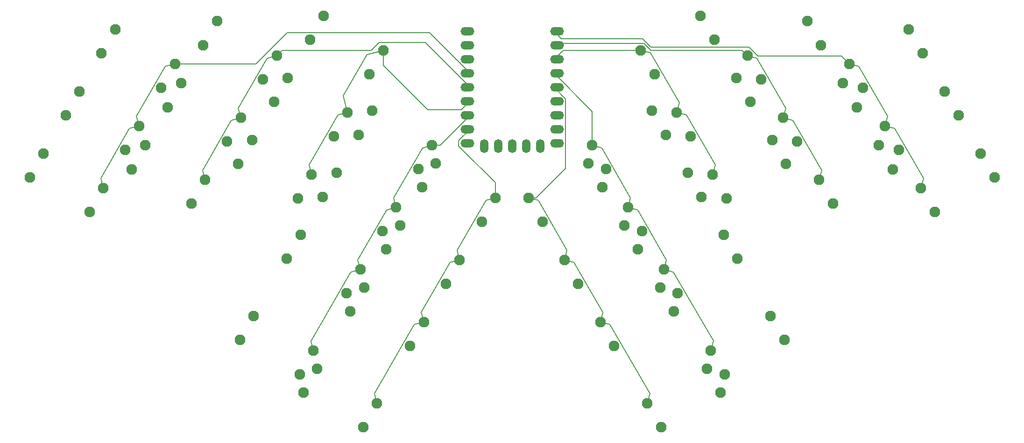
<source format=gbr>
%TF.GenerationSoftware,KiCad,Pcbnew,8.0.7-8.0.7-0~ubuntu22.04.1*%
%TF.CreationDate,2025-01-04T18:43:15+00:00*%
%TF.ProjectId,minikeeb,6d696e69-6b65-4656-922e-6b696361645f,rev?*%
%TF.SameCoordinates,Original*%
%TF.FileFunction,Copper,L2,Bot*%
%TF.FilePolarity,Positive*%
%FSLAX46Y46*%
G04 Gerber Fmt 4.6, Leading zero omitted, Abs format (unit mm)*
G04 Created by KiCad (PCBNEW 8.0.7-8.0.7-0~ubuntu22.04.1) date 2025-01-04 18:43:15*
%MOMM*%
%LPD*%
G01*
G04 APERTURE LIST*
%TA.AperFunction,ComponentPad*%
%ADD10C,1.950000*%
%TD*%
%TA.AperFunction,ComponentPad*%
%ADD11O,2.500000X1.500000*%
%TD*%
%TA.AperFunction,ComponentPad*%
%ADD12O,1.500000X2.500000*%
%TD*%
%TA.AperFunction,Conductor*%
%ADD13C,0.200000*%
%TD*%
G04 APERTURE END LIST*
D10*
%TO.P,S33,1,NO_1*%
%TO.N,COL-14*%
X177949999Y-112699092D03*
%TO.P,S33,2,NO_2*%
%TO.N,unconnected-(S33-NO_2-Pad2)*%
X188776183Y-106448592D03*
%TO.P,S33,3,NO_3*%
%TO.N,unconnected-(S33-NO_3-Pad3)*%
X180449999Y-117029220D03*
%TO.P,S33,4,NO_4*%
%TO.N,Net-(D33-A)*%
X191276183Y-110778720D03*
%TD*%
%TO.P,S21,1,NO_1*%
%TO.N,unconnected-(S21-NO_1-Pad1)*%
X68495497Y-67403363D03*
%TO.P,S21,2,NO_2*%
%TO.N,COL-00*%
X79321681Y-73653863D03*
%TO.P,S21,3,NO_3*%
%TO.N,Net-(D21-A)*%
X65995497Y-71733491D03*
%TO.P,S21,4,NO_4*%
%TO.N,unconnected-(S21-NO_4-Pad4)*%
X76821681Y-77983991D03*
%TD*%
%TO.P,S27,1,NO_1*%
%TO.N,COL-13*%
X180973874Y-88436596D03*
%TO.P,S27,2,NO_2*%
%TO.N,unconnected-(S27-NO_2-Pad2)*%
X191800058Y-82186096D03*
%TO.P,S27,3,NO_3*%
%TO.N,unconnected-(S27-NO_3-Pad3)*%
X183473874Y-92766724D03*
%TO.P,S27,4,NO_4*%
%TO.N,Net-(D27-A)*%
X194300058Y-86516224D03*
%TD*%
%TO.P,S1,1,NO_1*%
%TO.N,unconnected-(S1-NO_1-Pad1)*%
X81495497Y-44886702D03*
%TO.P,S1,2,NO_2*%
%TO.N,COL-00*%
X92321681Y-51137202D03*
%TO.P,S1,3,NO_3*%
%TO.N,Net-(D1-A)*%
X78995497Y-49216830D03*
%TO.P,S1,4,NO_4*%
%TO.N,unconnected-(S1-NO_4-Pad4)*%
X89821681Y-55467330D03*
%TD*%
%TO.P,S28,1,NO_1*%
%TO.N,COL-12*%
X189806787Y-71235650D03*
%TO.P,S28,2,NO_2*%
%TO.N,unconnected-(S28-NO_2-Pad2)*%
X200632971Y-64985150D03*
%TO.P,S28,3,NO_3*%
%TO.N,unconnected-(S28-NO_3-Pad3)*%
X192306787Y-75565778D03*
%TO.P,S28,4,NO_4*%
%TO.N,Net-(D28-A)*%
X203132971Y-69315278D03*
%TD*%
%TO.P,S9,1,NO_1*%
%TO.N,COL-11*%
X196118834Y-49670436D03*
%TO.P,S9,2,NO_2*%
%TO.N,unconnected-(S9-NO_2-Pad2)*%
X206945018Y-43419936D03*
%TO.P,S9,3,NO_3*%
%TO.N,unconnected-(S9-NO_3-Pad3)*%
X198618834Y-54000564D03*
%TO.P,S9,4,NO_4*%
%TO.N,Net-(D9-A)*%
X209445018Y-47750064D03*
%TD*%
%TO.P,S5,1,NO_1*%
%TO.N,unconnected-(S5-NO_1-Pad1)*%
X139623817Y-69209499D03*
%TO.P,S5,2,NO_2*%
%TO.N,COL-04*%
X150450001Y-75459999D03*
%TO.P,S5,3,NO_3*%
%TO.N,Net-(D5-A)*%
X137123817Y-73539627D03*
%TO.P,S5,4,NO_4*%
%TO.N,unconnected-(S5-NO_4-Pad4)*%
X147950001Y-79790127D03*
%TD*%
%TO.P,S2,1,NO_1*%
%TO.N,unconnected-(S2-NO_1-Pad1)*%
X99953250Y-43418936D03*
%TO.P,S2,2,NO_2*%
%TO.N,COL-01*%
X110779434Y-49669436D03*
%TO.P,S2,3,NO_3*%
%TO.N,Net-(D2-A)*%
X97453250Y-47749064D03*
%TO.P,S2,4,NO_4*%
%TO.N,unconnected-(S2-NO_4-Pad4)*%
X108279434Y-53999564D03*
%TD*%
%TO.P,S14,1,NO_1*%
%TO.N,unconnected-(S14-NO_1-Pad1)*%
X121600808Y-70928266D03*
%TO.P,S14,2,NO_2*%
%TO.N,COL-03*%
X132426992Y-77178766D03*
%TO.P,S14,3,NO_3*%
%TO.N,Net-(D14-A)*%
X119100808Y-75258394D03*
%TO.P,S14,4,NO_4*%
%TO.N,unconnected-(S14-NO_4-Pad4)*%
X129926992Y-81508894D03*
%TD*%
%TO.P,S6,1,NO_1*%
%TO.N,COL-14*%
X156449999Y-75459999D03*
%TO.P,S6,2,NO_2*%
%TO.N,unconnected-(S6-NO_2-Pad2)*%
X167276183Y-69209499D03*
%TO.P,S6,3,NO_3*%
%TO.N,unconnected-(S6-NO_3-Pad3)*%
X158949999Y-79790127D03*
%TO.P,S6,4,NO_4*%
%TO.N,Net-(D6-A)*%
X169776183Y-73539627D03*
%TD*%
%TO.P,S4,1,NO_1*%
%TO.N,unconnected-(S4-NO_1-Pad1)*%
X128099942Y-59669436D03*
%TO.P,S4,2,NO_2*%
%TO.N,COL-03*%
X138926126Y-65919936D03*
%TO.P,S4,3,NO_3*%
%TO.N,Net-(D4-A)*%
X125599942Y-63999564D03*
%TO.P,S4,4,NO_4*%
%TO.N,unconnected-(S4-NO_4-Pad4)*%
X136426126Y-70250064D03*
%TD*%
%TO.P,S3,1,NO_1*%
%TO.N,unconnected-(S3-NO_1-Pad1)*%
X119281163Y-42442009D03*
%TO.P,S3,2,NO_2*%
%TO.N,COL-02*%
X130107347Y-48692509D03*
%TO.P,S3,3,NO_3*%
%TO.N,Net-(D3-A)*%
X116781163Y-46772137D03*
%TO.P,S3,4,NO_4*%
%TO.N,unconnected-(S3-NO_4-Pad4)*%
X127607347Y-53022637D03*
%TD*%
%TO.P,S31,1,NO_1*%
%TO.N,unconnected-(S31-NO_1-Pad1)*%
X106599076Y-96908028D03*
%TO.P,S31,2,NO_2*%
%TO.N,COL-03*%
X117425260Y-103158528D03*
%TO.P,S31,3,NO_3*%
%TO.N,Net-(D31-A)*%
X104099076Y-101238156D03*
%TO.P,S31,4,NO_4*%
%TO.N,unconnected-(S31-NO_4-Pad4)*%
X114925260Y-107488656D03*
%TD*%
D11*
%TO.P,U1,1,0*%
%TO.N,COL-10*%
X161570000Y-45250000D03*
%TO.P,U1,2,1*%
%TO.N,COL-11*%
X161570000Y-47790000D03*
%TO.P,U1,3,2*%
%TO.N,COL-12*%
X161570000Y-50330000D03*
%TO.P,U1,4,3*%
%TO.N,COL-13*%
X161570000Y-52870000D03*
%TO.P,U1,5,4*%
%TO.N,COL-14*%
X161570000Y-55410000D03*
%TO.P,U1,6,5*%
%TO.N,ROW-10*%
X161570000Y-57950000D03*
%TO.P,U1,7,6*%
%TO.N,ROW-11*%
X161570000Y-60490000D03*
%TO.P,U1,8,7*%
%TO.N,ROW-12*%
X161570000Y-63030000D03*
%TO.P,U1,9,8*%
%TO.N,ROW-13*%
X161570000Y-65570000D03*
D12*
%TO.P,U1,10,9*%
%TO.N,unconnected-(U1-9-Pad10)*%
X158530000Y-66070000D03*
%TO.P,U1,11,10*%
%TO.N,unconnected-(U1-10-Pad11)*%
X155990000Y-66070000D03*
%TO.P,U1,12,11*%
%TO.N,ROW-03*%
X153450000Y-66070000D03*
%TO.P,U1,13,12*%
%TO.N,ROW-02*%
X150910000Y-66070000D03*
%TO.P,U1,14,13*%
%TO.N,ROW-01*%
X148370000Y-66070000D03*
D11*
%TO.P,U1,15,14*%
%TO.N,ROW-00*%
X145330000Y-65570000D03*
%TO.P,U1,16,15*%
%TO.N,COL-04*%
X145330000Y-63030000D03*
%TO.P,U1,17,26*%
%TO.N,COL-03*%
X145330000Y-60490000D03*
%TO.P,U1,18,27*%
%TO.N,COL-02*%
X145330000Y-57950000D03*
%TO.P,U1,19,28*%
%TO.N,COL-01*%
X145330000Y-55410000D03*
%TO.P,U1,20,29*%
%TO.N,COL-00*%
X145330000Y-52870000D03*
%TO.P,U1,21,3V3*%
%TO.N,unconnected-(U1-3V3-Pad21)*%
X145330000Y-50330000D03*
%TO.P,U1,22,GND*%
%TO.N,unconnected-(U1-GND-Pad22)*%
X145330000Y-47790000D03*
%TO.P,U1,23,5V*%
%TO.N,unconnected-(U1-5V-Pad23)*%
X145330000Y-45250000D03*
%TD*%
D10*
%TO.P,S17,1,NO_1*%
%TO.N,COL-13*%
X174473008Y-77178766D03*
%TO.P,S17,2,NO_2*%
%TO.N,unconnected-(S17-NO_2-Pad2)*%
X185299192Y-70928266D03*
%TO.P,S17,3,NO_3*%
%TO.N,unconnected-(S17-NO_3-Pad3)*%
X176973008Y-81508894D03*
%TO.P,S17,4,NO_4*%
%TO.N,Net-(D17-A)*%
X187799192Y-75258394D03*
%TD*%
%TO.P,S15,1,NO_1*%
%TO.N,unconnected-(S15-NO_1-Pad1)*%
X133123817Y-80467829D03*
%TO.P,S15,2,NO_2*%
%TO.N,COL-04*%
X143950001Y-86718329D03*
%TO.P,S15,3,NO_3*%
%TO.N,Net-(D15-A)*%
X130623817Y-84797957D03*
%TO.P,S15,4,NO_4*%
%TO.N,unconnected-(S15-NO_4-Pad4)*%
X141450001Y-91048457D03*
%TD*%
%TO.P,S8,1,NO_1*%
%TO.N,COL-12*%
X176795921Y-48702169D03*
%TO.P,S8,2,NO_2*%
%TO.N,unconnected-(S8-NO_2-Pad2)*%
X187622105Y-42451669D03*
%TO.P,S8,3,NO_3*%
%TO.N,unconnected-(S8-NO_3-Pad3)*%
X179295921Y-53032297D03*
%TO.P,S8,4,NO_4*%
%TO.N,Net-(D8-A)*%
X190122105Y-46781797D03*
%TD*%
%TO.P,S22,1,NO_1*%
%TO.N,unconnected-(S22-NO_1-Pad1)*%
X86954116Y-65936096D03*
%TO.P,S22,2,NO_2*%
%TO.N,COL-01*%
X97780300Y-72186596D03*
%TO.P,S22,3,NO_3*%
%TO.N,Net-(D22-A)*%
X84454116Y-70266224D03*
%TO.P,S22,4,NO_4*%
%TO.N,unconnected-(S22-NO_4-Pad4)*%
X95280300Y-76516724D03*
%TD*%
%TO.P,S16,1,NO_1*%
%TO.N,COL-14*%
X162949999Y-86718330D03*
%TO.P,S16,2,NO_2*%
%TO.N,unconnected-(S16-NO_2-Pad2)*%
X173776183Y-80467830D03*
%TO.P,S16,3,NO_3*%
%TO.N,unconnected-(S16-NO_3-Pad3)*%
X165449999Y-91048458D03*
%TO.P,S16,4,NO_4*%
%TO.N,Net-(D16-A)*%
X176276183Y-84797958D03*
%TD*%
%TO.P,S13,1,NO_1*%
%TO.N,unconnected-(S13-NO_1-Pad1)*%
X112776163Y-53708999D03*
%TO.P,S13,2,NO_2*%
%TO.N,COL-02*%
X123602347Y-59959499D03*
%TO.P,S13,3,NO_3*%
%TO.N,Net-(D13-A)*%
X110276163Y-58039127D03*
%TO.P,S13,4,NO_4*%
%TO.N,unconnected-(S13-NO_4-Pad4)*%
X121102347Y-64289627D03*
%TD*%
%TO.P,S10,1,NO_1*%
%TO.N,COL-10*%
X214575721Y-51138703D03*
%TO.P,S10,2,NO_2*%
%TO.N,unconnected-(S10-NO_2-Pad2)*%
X225401905Y-44888203D03*
%TO.P,S10,3,NO_3*%
%TO.N,unconnected-(S10-NO_3-Pad3)*%
X217075721Y-55468831D03*
%TO.P,S10,4,NO_4*%
%TO.N,Net-(D10-A)*%
X227901905Y-49218331D03*
%TD*%
%TO.P,S34,1,NO_1*%
%TO.N,COL-13*%
X189473874Y-103159028D03*
%TO.P,S34,2,NO_2*%
%TO.N,unconnected-(S34-NO_2-Pad2)*%
X200300058Y-96908528D03*
%TO.P,S34,3,NO_3*%
%TO.N,unconnected-(S34-NO_3-Pad3)*%
X191973874Y-107489156D03*
%TO.P,S34,4,NO_4*%
%TO.N,Net-(D34-A)*%
X202800058Y-101238656D03*
%TD*%
%TO.P,S30,1,NO_1*%
%TO.N,COL-10*%
X227575721Y-73655363D03*
%TO.P,S30,2,NO_2*%
%TO.N,unconnected-(S30-NO_2-Pad2)*%
X238401905Y-67404863D03*
%TO.P,S30,3,NO_3*%
%TO.N,unconnected-(S30-NO_3-Pad3)*%
X230075721Y-77985491D03*
%TO.P,S30,4,NO_4*%
%TO.N,Net-(D30-A)*%
X240901905Y-71734991D03*
%TD*%
%TO.P,S25,1,NO_1*%
%TO.N,unconnected-(S25-NO_1-Pad1)*%
X126623817Y-91726160D03*
%TO.P,S25,2,NO_2*%
%TO.N,COL-04*%
X137450001Y-97976660D03*
%TO.P,S25,3,NO_3*%
%TO.N,Net-(D25-A)*%
X124123817Y-96056288D03*
%TO.P,S25,4,NO_4*%
%TO.N,unconnected-(S25-NO_4-Pad4)*%
X134950001Y-102306788D03*
%TD*%
%TO.P,S12,1,NO_1*%
%TO.N,unconnected-(S12-NO_1-Pad1)*%
X93453250Y-54677266D03*
%TO.P,S12,2,NO_2*%
%TO.N,COL-01*%
X104279434Y-60927766D03*
%TO.P,S12,3,NO_3*%
%TO.N,Net-(D12-A)*%
X90953250Y-59007394D03*
%TO.P,S12,4,NO_4*%
%TO.N,unconnected-(S12-NO_4-Pad4)*%
X101779434Y-65257894D03*
%TD*%
%TO.P,S32,1,NO_1*%
%TO.N,unconnected-(S32-NO_1-Pad1)*%
X118123817Y-106448591D03*
%TO.P,S32,2,NO_2*%
%TO.N,COL-04*%
X128950001Y-112699091D03*
%TO.P,S32,3,NO_3*%
%TO.N,Net-(D32-A)*%
X115623817Y-110778719D03*
%TO.P,S32,4,NO_4*%
%TO.N,unconnected-(S32-NO_4-Pad4)*%
X126450001Y-117029219D03*
%TD*%
%TO.P,S23,1,NO_1*%
%TO.N,unconnected-(S23-NO_1-Pad1)*%
X106276163Y-64967329D03*
%TO.P,S23,2,NO_2*%
%TO.N,COL-02*%
X117102347Y-71217829D03*
%TO.P,S23,3,NO_3*%
%TO.N,Net-(D23-A)*%
X103776163Y-69297457D03*
%TO.P,S23,4,NO_4*%
%TO.N,unconnected-(S23-NO_4-Pad4)*%
X114602347Y-75547957D03*
%TD*%
%TO.P,S11,1,NO_1*%
%TO.N,unconnected-(S11-NO_1-Pad1)*%
X74995497Y-56145033D03*
%TO.P,S11,2,NO_2*%
%TO.N,COL-00*%
X85821681Y-62395533D03*
%TO.P,S11,3,NO_3*%
%TO.N,Net-(D11-A)*%
X72495497Y-60475161D03*
%TO.P,S11,4,NO_4*%
%TO.N,unconnected-(S11-NO_4-Pad4)*%
X83321681Y-66725661D03*
%TD*%
%TO.P,S19,1,NO_1*%
%TO.N,COL-11*%
X202619700Y-60928266D03*
%TO.P,S19,2,NO_2*%
%TO.N,unconnected-(S19-NO_2-Pad2)*%
X213445884Y-54677766D03*
%TO.P,S19,3,NO_3*%
%TO.N,unconnected-(S19-NO_3-Pad3)*%
X205119700Y-65258394D03*
%TO.P,S19,4,NO_4*%
%TO.N,Net-(D19-A)*%
X215945884Y-59007894D03*
%TD*%
%TO.P,S24,1,NO_1*%
%TO.N,unconnected-(S24-NO_1-Pad1)*%
X115100808Y-82186596D03*
%TO.P,S24,2,NO_2*%
%TO.N,COL-03*%
X125926992Y-88437096D03*
%TO.P,S24,3,NO_3*%
%TO.N,Net-(D24-A)*%
X112600808Y-86516724D03*
%TO.P,S24,4,NO_4*%
%TO.N,unconnected-(S24-NO_4-Pad4)*%
X123426992Y-92767224D03*
%TD*%
%TO.P,S20,1,NO_1*%
%TO.N,COL-10*%
X221076587Y-62396533D03*
%TO.P,S20,2,NO_2*%
%TO.N,unconnected-(S20-NO_2-Pad2)*%
X231902771Y-56146033D03*
%TO.P,S20,3,NO_3*%
%TO.N,unconnected-(S20-NO_3-Pad3)*%
X223576587Y-66726661D03*
%TO.P,S20,4,NO_4*%
%TO.N,Net-(D20-A)*%
X234402771Y-60476161D03*
%TD*%
%TO.P,S18,1,NO_1*%
%TO.N,COL-12*%
X183296787Y-59959999D03*
%TO.P,S18,2,NO_2*%
%TO.N,unconnected-(S18-NO_2-Pad2)*%
X194122971Y-53709499D03*
%TO.P,S18,3,NO_3*%
%TO.N,unconnected-(S18-NO_3-Pad3)*%
X185796787Y-64290127D03*
%TO.P,S18,4,NO_4*%
%TO.N,Net-(D18-A)*%
X196622971Y-58039627D03*
%TD*%
%TO.P,S7,1,NO_1*%
%TO.N,COL-13*%
X167973008Y-65920436D03*
%TO.P,S7,2,NO_2*%
%TO.N,unconnected-(S7-NO_2-Pad2)*%
X178799192Y-59669936D03*
%TO.P,S7,3,NO_3*%
%TO.N,unconnected-(S7-NO_3-Pad3)*%
X170473008Y-70250564D03*
%TO.P,S7,4,NO_4*%
%TO.N,Net-(D7-A)*%
X181299192Y-64000064D03*
%TD*%
%TO.P,S26,1,NO_1*%
%TO.N,COL-14*%
X169449999Y-97976660D03*
%TO.P,S26,2,NO_2*%
%TO.N,unconnected-(S26-NO_2-Pad2)*%
X180276183Y-91726160D03*
%TO.P,S26,3,NO_3*%
%TO.N,unconnected-(S26-NO_3-Pad3)*%
X171949999Y-102306788D03*
%TO.P,S26,4,NO_4*%
%TO.N,Net-(D26-A)*%
X182776183Y-96056288D03*
%TD*%
%TO.P,S29,1,NO_1*%
%TO.N,COL-11*%
X209119700Y-72186596D03*
%TO.P,S29,2,NO_2*%
%TO.N,unconnected-(S29-NO_2-Pad2)*%
X219945884Y-65936096D03*
%TO.P,S29,3,NO_3*%
%TO.N,unconnected-(S29-NO_3-Pad3)*%
X211619700Y-76516724D03*
%TO.P,S29,4,NO_4*%
%TO.N,Net-(D29-A)*%
X222445884Y-70266224D03*
%TD*%
D13*
%TO.N,COL-00*%
X90579998Y-51603885D02*
X85354998Y-60653851D01*
X84079998Y-62862215D02*
X78854998Y-71912181D01*
X112672863Y-45497137D02*
X138457137Y-45497137D01*
X138457137Y-45497137D02*
X145830000Y-52870000D01*
X107032798Y-51137202D02*
X112672863Y-45497137D01*
X92321681Y-51137202D02*
X107032798Y-51137202D01*
X92321681Y-51137203D02*
X90579998Y-51603885D01*
X85354998Y-60653851D02*
X85821681Y-62395533D01*
X85821681Y-62395533D02*
X84079998Y-62862215D01*
X78854998Y-71912181D02*
X79321681Y-73653863D01*
%TO.N,COL-01*%
X103812752Y-59186084D02*
X104279434Y-60927766D01*
X97780300Y-72186597D02*
X97313252Y-70443548D01*
X110779434Y-49669436D02*
X109037752Y-50136118D01*
X110779434Y-49669436D02*
X111754434Y-48694436D01*
X111754434Y-48694436D02*
X127915564Y-48694436D01*
X97313252Y-70443548D02*
X102537752Y-61394449D01*
X102537752Y-61394449D02*
X104279434Y-60927766D01*
X109037752Y-50136118D02*
X103812752Y-59186084D01*
X127915564Y-48694436D02*
X129340000Y-47270000D01*
X129340000Y-47270000D02*
X137690000Y-47270000D01*
X137690000Y-47270000D02*
X145830000Y-55410000D01*
%TO.N,COL-02*%
X130107347Y-51427347D02*
X138180000Y-59500000D01*
X121860664Y-60426182D02*
X116635664Y-69476147D01*
X116635664Y-69476147D02*
X117102347Y-71217830D01*
X130107347Y-48692509D02*
X127104823Y-49497033D01*
X123602347Y-59959500D02*
X121860664Y-60426182D01*
X144280000Y-59500000D02*
X145830000Y-57950000D01*
X122797823Y-56956976D02*
X123602347Y-59959500D01*
X130107347Y-48692509D02*
X130107347Y-51427347D01*
X138180000Y-59500000D02*
X144280000Y-59500000D01*
X127104823Y-49497033D02*
X122797823Y-56956976D01*
%TO.N,COL-03*%
X138926126Y-65919936D02*
X140400064Y-65919936D01*
X138926126Y-65919936D02*
X137184443Y-66386618D01*
X116959309Y-101419578D02*
X117425260Y-103158528D01*
X125926992Y-88437097D02*
X124185309Y-88903779D01*
X131959943Y-75435718D02*
X132426992Y-77178766D01*
X137184443Y-66386618D02*
X131959943Y-75435718D01*
X125460309Y-86695414D02*
X125926992Y-88437097D01*
X132426992Y-77178766D02*
X130685309Y-77645449D01*
X124185309Y-88903779D02*
X116959309Y-101419578D01*
X140400064Y-65919936D02*
X145830000Y-60490000D01*
X130685309Y-77645449D02*
X125460309Y-86695414D01*
%TO.N,COL-04*%
X150450001Y-75459999D02*
X150450001Y-72700001D01*
X137450000Y-97976660D02*
X135708318Y-98443342D01*
X150450000Y-75460000D02*
X148708318Y-75926682D01*
X142208318Y-87185012D02*
X136983318Y-96234978D01*
X143483318Y-84976647D02*
X143950000Y-86718330D01*
X143780000Y-65080000D02*
X145830000Y-63030000D01*
X135708318Y-98443342D02*
X128483318Y-110957410D01*
X136983318Y-96234978D02*
X137450000Y-97976660D01*
X143950000Y-86718330D02*
X142208318Y-87185012D01*
X148708318Y-75926682D02*
X143483318Y-84976647D01*
X128483318Y-110957410D02*
X128950000Y-112699092D01*
X150450001Y-72700001D02*
X143780000Y-66030000D01*
X143780000Y-66030000D02*
X143780000Y-65080000D01*
%TO.N,COL-14*%
X164691682Y-87185013D02*
X169916682Y-96234978D01*
X169450000Y-97976660D02*
X171191682Y-98443343D01*
X163140000Y-57480000D02*
X161070000Y-55410000D01*
X178416682Y-110957410D02*
X177950000Y-112699092D01*
X163140000Y-70148856D02*
X163140000Y-57480000D01*
X171191682Y-98443343D02*
X178416682Y-110957410D01*
X156449999Y-75459999D02*
X157828857Y-75459999D01*
X158191682Y-75926682D02*
X163416682Y-84976648D01*
X163416682Y-84976648D02*
X162950000Y-86718330D01*
X162950000Y-86718330D02*
X164691682Y-87185013D01*
X169916682Y-96234978D02*
X169450000Y-97976660D01*
X156450000Y-75460000D02*
X158191682Y-75926682D01*
X157828857Y-75459999D02*
X163140000Y-70148856D01*
%TO.N,COL-13*%
X167973008Y-59773008D02*
X161070000Y-52870000D01*
X182715557Y-88903279D02*
X180973874Y-88436597D01*
X174473008Y-77178767D02*
X176214691Y-77645449D01*
X167973008Y-65920436D02*
X169714691Y-66387119D01*
X189473874Y-103159029D02*
X189940557Y-101417346D01*
X189940557Y-101417346D02*
X182715557Y-88903279D01*
X181440191Y-86696281D02*
X180973874Y-88436597D01*
X176214691Y-77645449D02*
X181440191Y-86696281D01*
X167973008Y-65920436D02*
X167973008Y-59773008D01*
X169714691Y-66387119D02*
X174939691Y-75437084D01*
X174939691Y-75437084D02*
X174473008Y-77178767D01*
%TO.N,COL-12*%
X178537603Y-49168852D02*
X183763103Y-58219684D01*
X190273469Y-69493968D02*
X189806787Y-71235651D01*
X183763103Y-58219684D02*
X183296787Y-59960000D01*
X162697831Y-48702169D02*
X161070000Y-50330000D01*
X176795921Y-48702169D02*
X162697831Y-48702169D01*
X183296787Y-59960000D02*
X185038469Y-60426682D01*
X176795921Y-48702170D02*
X178537603Y-49168852D01*
X185038469Y-60426682D02*
X190273469Y-69493968D01*
%TO.N,COL-11*%
X202619700Y-60928267D02*
X204361382Y-61394949D01*
X197860516Y-50137119D02*
X203086016Y-59187950D01*
X196118834Y-49670436D02*
X195143834Y-48695436D01*
X203086016Y-59187950D02*
X202619700Y-60928267D01*
X209586382Y-70444915D02*
X209119700Y-72186597D01*
X161432831Y-47427169D02*
X161070000Y-47790000D01*
X196118834Y-49670436D02*
X197860516Y-50137119D01*
X195143834Y-48695436D02*
X178605436Y-48695436D01*
X204361382Y-61394949D02*
X209586382Y-70444915D01*
X178605436Y-48695436D02*
X177337169Y-47427169D01*
X177337169Y-47427169D02*
X161432831Y-47427169D01*
%TO.N,COL-10*%
X216317404Y-51605386D02*
X221542904Y-60656217D01*
X196400000Y-48140000D02*
X178615686Y-48140000D01*
X198027844Y-49767844D02*
X196400000Y-48140000D01*
X221076587Y-62396533D02*
X222818270Y-62863216D01*
X213204862Y-49767844D02*
X198027844Y-49767844D01*
X228042770Y-71912315D02*
X227575721Y-73655364D01*
X221542904Y-60656217D02*
X221076587Y-62396533D01*
X162410000Y-46590000D02*
X161070000Y-45250000D01*
X178615686Y-48140000D02*
X177065686Y-46590000D01*
X222818270Y-62863216D02*
X228042770Y-71912315D01*
X177065686Y-46590000D02*
X162410000Y-46590000D01*
X214575721Y-51138703D02*
X213204862Y-49767844D01*
X214575721Y-51138703D02*
X216317404Y-51605386D01*
%TD*%
M02*

</source>
